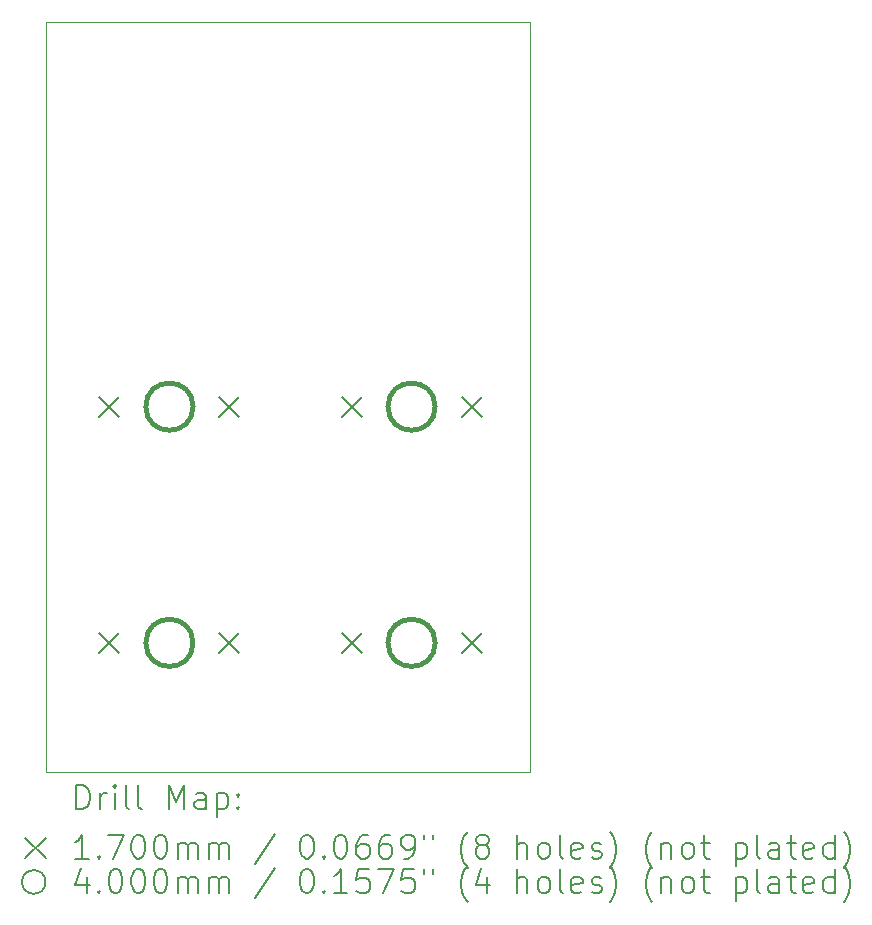
<source format=gbr>
%TF.GenerationSoftware,KiCad,Pcbnew,8.0.9*%
%TF.CreationDate,2025-02-20T23:25:53+01:00*%
%TF.ProjectId,untitled,756e7469-746c-4656-942e-6b696361645f,rev?*%
%TF.SameCoordinates,Original*%
%TF.FileFunction,Drillmap*%
%TF.FilePolarity,Positive*%
%FSLAX45Y45*%
G04 Gerber Fmt 4.5, Leading zero omitted, Abs format (unit mm)*
G04 Created by KiCad (PCBNEW 8.0.9) date 2025-02-20 23:25:53*
%MOMM*%
%LPD*%
G01*
G04 APERTURE LIST*
%ADD10C,0.050000*%
%ADD11C,0.200000*%
%ADD12C,0.170000*%
%ADD13C,0.400000*%
G04 APERTURE END LIST*
D10*
X13950000Y-4850000D02*
X18050000Y-4850000D01*
X18050000Y-11200000D01*
X13950000Y-11200000D01*
X13950000Y-4850000D01*
D11*
D12*
X14403000Y-8023000D02*
X14573000Y-8193000D01*
X14573000Y-8023000D02*
X14403000Y-8193000D01*
X14403000Y-10023000D02*
X14573000Y-10193000D01*
X14573000Y-10023000D02*
X14403000Y-10193000D01*
X15419000Y-8023000D02*
X15589000Y-8193000D01*
X15589000Y-8023000D02*
X15419000Y-8193000D01*
X15419000Y-10023000D02*
X15589000Y-10193000D01*
X15589000Y-10023000D02*
X15419000Y-10193000D01*
X16453000Y-8023000D02*
X16623000Y-8193000D01*
X16623000Y-8023000D02*
X16453000Y-8193000D01*
X16453000Y-10023000D02*
X16623000Y-10193000D01*
X16623000Y-10023000D02*
X16453000Y-10193000D01*
X17469000Y-8023000D02*
X17639000Y-8193000D01*
X17639000Y-8023000D02*
X17469000Y-8193000D01*
X17469000Y-10023000D02*
X17639000Y-10193000D01*
X17639000Y-10023000D02*
X17469000Y-10193000D01*
D13*
X15196000Y-8108000D02*
G75*
G02*
X14796000Y-8108000I-200000J0D01*
G01*
X14796000Y-8108000D02*
G75*
G02*
X15196000Y-8108000I200000J0D01*
G01*
X15196000Y-10108000D02*
G75*
G02*
X14796000Y-10108000I-200000J0D01*
G01*
X14796000Y-10108000D02*
G75*
G02*
X15196000Y-10108000I200000J0D01*
G01*
X17246000Y-8108000D02*
G75*
G02*
X16846000Y-8108000I-200000J0D01*
G01*
X16846000Y-8108000D02*
G75*
G02*
X17246000Y-8108000I200000J0D01*
G01*
X17246000Y-10108000D02*
G75*
G02*
X16846000Y-10108000I-200000J0D01*
G01*
X16846000Y-10108000D02*
G75*
G02*
X17246000Y-10108000I200000J0D01*
G01*
D11*
X14208277Y-11513984D02*
X14208277Y-11313984D01*
X14208277Y-11313984D02*
X14255896Y-11313984D01*
X14255896Y-11313984D02*
X14284467Y-11323508D01*
X14284467Y-11323508D02*
X14303515Y-11342555D01*
X14303515Y-11342555D02*
X14313039Y-11361603D01*
X14313039Y-11361603D02*
X14322562Y-11399698D01*
X14322562Y-11399698D02*
X14322562Y-11428269D01*
X14322562Y-11428269D02*
X14313039Y-11466365D01*
X14313039Y-11466365D02*
X14303515Y-11485412D01*
X14303515Y-11485412D02*
X14284467Y-11504460D01*
X14284467Y-11504460D02*
X14255896Y-11513984D01*
X14255896Y-11513984D02*
X14208277Y-11513984D01*
X14408277Y-11513984D02*
X14408277Y-11380650D01*
X14408277Y-11418746D02*
X14417801Y-11399698D01*
X14417801Y-11399698D02*
X14427324Y-11390174D01*
X14427324Y-11390174D02*
X14446372Y-11380650D01*
X14446372Y-11380650D02*
X14465420Y-11380650D01*
X14532086Y-11513984D02*
X14532086Y-11380650D01*
X14532086Y-11313984D02*
X14522562Y-11323508D01*
X14522562Y-11323508D02*
X14532086Y-11333031D01*
X14532086Y-11333031D02*
X14541610Y-11323508D01*
X14541610Y-11323508D02*
X14532086Y-11313984D01*
X14532086Y-11313984D02*
X14532086Y-11333031D01*
X14655896Y-11513984D02*
X14636848Y-11504460D01*
X14636848Y-11504460D02*
X14627324Y-11485412D01*
X14627324Y-11485412D02*
X14627324Y-11313984D01*
X14760658Y-11513984D02*
X14741610Y-11504460D01*
X14741610Y-11504460D02*
X14732086Y-11485412D01*
X14732086Y-11485412D02*
X14732086Y-11313984D01*
X14989229Y-11513984D02*
X14989229Y-11313984D01*
X14989229Y-11313984D02*
X15055896Y-11456841D01*
X15055896Y-11456841D02*
X15122562Y-11313984D01*
X15122562Y-11313984D02*
X15122562Y-11513984D01*
X15303515Y-11513984D02*
X15303515Y-11409222D01*
X15303515Y-11409222D02*
X15293991Y-11390174D01*
X15293991Y-11390174D02*
X15274943Y-11380650D01*
X15274943Y-11380650D02*
X15236848Y-11380650D01*
X15236848Y-11380650D02*
X15217801Y-11390174D01*
X15303515Y-11504460D02*
X15284467Y-11513984D01*
X15284467Y-11513984D02*
X15236848Y-11513984D01*
X15236848Y-11513984D02*
X15217801Y-11504460D01*
X15217801Y-11504460D02*
X15208277Y-11485412D01*
X15208277Y-11485412D02*
X15208277Y-11466365D01*
X15208277Y-11466365D02*
X15217801Y-11447317D01*
X15217801Y-11447317D02*
X15236848Y-11437793D01*
X15236848Y-11437793D02*
X15284467Y-11437793D01*
X15284467Y-11437793D02*
X15303515Y-11428269D01*
X15398753Y-11380650D02*
X15398753Y-11580650D01*
X15398753Y-11390174D02*
X15417801Y-11380650D01*
X15417801Y-11380650D02*
X15455896Y-11380650D01*
X15455896Y-11380650D02*
X15474943Y-11390174D01*
X15474943Y-11390174D02*
X15484467Y-11399698D01*
X15484467Y-11399698D02*
X15493991Y-11418746D01*
X15493991Y-11418746D02*
X15493991Y-11475888D01*
X15493991Y-11475888D02*
X15484467Y-11494936D01*
X15484467Y-11494936D02*
X15474943Y-11504460D01*
X15474943Y-11504460D02*
X15455896Y-11513984D01*
X15455896Y-11513984D02*
X15417801Y-11513984D01*
X15417801Y-11513984D02*
X15398753Y-11504460D01*
X15579705Y-11494936D02*
X15589229Y-11504460D01*
X15589229Y-11504460D02*
X15579705Y-11513984D01*
X15579705Y-11513984D02*
X15570182Y-11504460D01*
X15570182Y-11504460D02*
X15579705Y-11494936D01*
X15579705Y-11494936D02*
X15579705Y-11513984D01*
X15579705Y-11390174D02*
X15589229Y-11399698D01*
X15589229Y-11399698D02*
X15579705Y-11409222D01*
X15579705Y-11409222D02*
X15570182Y-11399698D01*
X15570182Y-11399698D02*
X15579705Y-11390174D01*
X15579705Y-11390174D02*
X15579705Y-11409222D01*
D12*
X13777500Y-11757500D02*
X13947500Y-11927500D01*
X13947500Y-11757500D02*
X13777500Y-11927500D01*
D11*
X14313039Y-11933984D02*
X14198753Y-11933984D01*
X14255896Y-11933984D02*
X14255896Y-11733984D01*
X14255896Y-11733984D02*
X14236848Y-11762555D01*
X14236848Y-11762555D02*
X14217801Y-11781603D01*
X14217801Y-11781603D02*
X14198753Y-11791127D01*
X14398753Y-11914936D02*
X14408277Y-11924460D01*
X14408277Y-11924460D02*
X14398753Y-11933984D01*
X14398753Y-11933984D02*
X14389229Y-11924460D01*
X14389229Y-11924460D02*
X14398753Y-11914936D01*
X14398753Y-11914936D02*
X14398753Y-11933984D01*
X14474943Y-11733984D02*
X14608277Y-11733984D01*
X14608277Y-11733984D02*
X14522562Y-11933984D01*
X14722562Y-11733984D02*
X14741610Y-11733984D01*
X14741610Y-11733984D02*
X14760658Y-11743508D01*
X14760658Y-11743508D02*
X14770182Y-11753031D01*
X14770182Y-11753031D02*
X14779705Y-11772079D01*
X14779705Y-11772079D02*
X14789229Y-11810174D01*
X14789229Y-11810174D02*
X14789229Y-11857793D01*
X14789229Y-11857793D02*
X14779705Y-11895888D01*
X14779705Y-11895888D02*
X14770182Y-11914936D01*
X14770182Y-11914936D02*
X14760658Y-11924460D01*
X14760658Y-11924460D02*
X14741610Y-11933984D01*
X14741610Y-11933984D02*
X14722562Y-11933984D01*
X14722562Y-11933984D02*
X14703515Y-11924460D01*
X14703515Y-11924460D02*
X14693991Y-11914936D01*
X14693991Y-11914936D02*
X14684467Y-11895888D01*
X14684467Y-11895888D02*
X14674943Y-11857793D01*
X14674943Y-11857793D02*
X14674943Y-11810174D01*
X14674943Y-11810174D02*
X14684467Y-11772079D01*
X14684467Y-11772079D02*
X14693991Y-11753031D01*
X14693991Y-11753031D02*
X14703515Y-11743508D01*
X14703515Y-11743508D02*
X14722562Y-11733984D01*
X14913039Y-11733984D02*
X14932086Y-11733984D01*
X14932086Y-11733984D02*
X14951134Y-11743508D01*
X14951134Y-11743508D02*
X14960658Y-11753031D01*
X14960658Y-11753031D02*
X14970182Y-11772079D01*
X14970182Y-11772079D02*
X14979705Y-11810174D01*
X14979705Y-11810174D02*
X14979705Y-11857793D01*
X14979705Y-11857793D02*
X14970182Y-11895888D01*
X14970182Y-11895888D02*
X14960658Y-11914936D01*
X14960658Y-11914936D02*
X14951134Y-11924460D01*
X14951134Y-11924460D02*
X14932086Y-11933984D01*
X14932086Y-11933984D02*
X14913039Y-11933984D01*
X14913039Y-11933984D02*
X14893991Y-11924460D01*
X14893991Y-11924460D02*
X14884467Y-11914936D01*
X14884467Y-11914936D02*
X14874943Y-11895888D01*
X14874943Y-11895888D02*
X14865420Y-11857793D01*
X14865420Y-11857793D02*
X14865420Y-11810174D01*
X14865420Y-11810174D02*
X14874943Y-11772079D01*
X14874943Y-11772079D02*
X14884467Y-11753031D01*
X14884467Y-11753031D02*
X14893991Y-11743508D01*
X14893991Y-11743508D02*
X14913039Y-11733984D01*
X15065420Y-11933984D02*
X15065420Y-11800650D01*
X15065420Y-11819698D02*
X15074943Y-11810174D01*
X15074943Y-11810174D02*
X15093991Y-11800650D01*
X15093991Y-11800650D02*
X15122563Y-11800650D01*
X15122563Y-11800650D02*
X15141610Y-11810174D01*
X15141610Y-11810174D02*
X15151134Y-11829222D01*
X15151134Y-11829222D02*
X15151134Y-11933984D01*
X15151134Y-11829222D02*
X15160658Y-11810174D01*
X15160658Y-11810174D02*
X15179705Y-11800650D01*
X15179705Y-11800650D02*
X15208277Y-11800650D01*
X15208277Y-11800650D02*
X15227324Y-11810174D01*
X15227324Y-11810174D02*
X15236848Y-11829222D01*
X15236848Y-11829222D02*
X15236848Y-11933984D01*
X15332086Y-11933984D02*
X15332086Y-11800650D01*
X15332086Y-11819698D02*
X15341610Y-11810174D01*
X15341610Y-11810174D02*
X15360658Y-11800650D01*
X15360658Y-11800650D02*
X15389229Y-11800650D01*
X15389229Y-11800650D02*
X15408277Y-11810174D01*
X15408277Y-11810174D02*
X15417801Y-11829222D01*
X15417801Y-11829222D02*
X15417801Y-11933984D01*
X15417801Y-11829222D02*
X15427324Y-11810174D01*
X15427324Y-11810174D02*
X15446372Y-11800650D01*
X15446372Y-11800650D02*
X15474943Y-11800650D01*
X15474943Y-11800650D02*
X15493991Y-11810174D01*
X15493991Y-11810174D02*
X15503515Y-11829222D01*
X15503515Y-11829222D02*
X15503515Y-11933984D01*
X15893991Y-11724460D02*
X15722563Y-11981603D01*
X16151134Y-11733984D02*
X16170182Y-11733984D01*
X16170182Y-11733984D02*
X16189229Y-11743508D01*
X16189229Y-11743508D02*
X16198753Y-11753031D01*
X16198753Y-11753031D02*
X16208277Y-11772079D01*
X16208277Y-11772079D02*
X16217801Y-11810174D01*
X16217801Y-11810174D02*
X16217801Y-11857793D01*
X16217801Y-11857793D02*
X16208277Y-11895888D01*
X16208277Y-11895888D02*
X16198753Y-11914936D01*
X16198753Y-11914936D02*
X16189229Y-11924460D01*
X16189229Y-11924460D02*
X16170182Y-11933984D01*
X16170182Y-11933984D02*
X16151134Y-11933984D01*
X16151134Y-11933984D02*
X16132086Y-11924460D01*
X16132086Y-11924460D02*
X16122563Y-11914936D01*
X16122563Y-11914936D02*
X16113039Y-11895888D01*
X16113039Y-11895888D02*
X16103515Y-11857793D01*
X16103515Y-11857793D02*
X16103515Y-11810174D01*
X16103515Y-11810174D02*
X16113039Y-11772079D01*
X16113039Y-11772079D02*
X16122563Y-11753031D01*
X16122563Y-11753031D02*
X16132086Y-11743508D01*
X16132086Y-11743508D02*
X16151134Y-11733984D01*
X16303515Y-11914936D02*
X16313039Y-11924460D01*
X16313039Y-11924460D02*
X16303515Y-11933984D01*
X16303515Y-11933984D02*
X16293991Y-11924460D01*
X16293991Y-11924460D02*
X16303515Y-11914936D01*
X16303515Y-11914936D02*
X16303515Y-11933984D01*
X16436848Y-11733984D02*
X16455896Y-11733984D01*
X16455896Y-11733984D02*
X16474944Y-11743508D01*
X16474944Y-11743508D02*
X16484467Y-11753031D01*
X16484467Y-11753031D02*
X16493991Y-11772079D01*
X16493991Y-11772079D02*
X16503515Y-11810174D01*
X16503515Y-11810174D02*
X16503515Y-11857793D01*
X16503515Y-11857793D02*
X16493991Y-11895888D01*
X16493991Y-11895888D02*
X16484467Y-11914936D01*
X16484467Y-11914936D02*
X16474944Y-11924460D01*
X16474944Y-11924460D02*
X16455896Y-11933984D01*
X16455896Y-11933984D02*
X16436848Y-11933984D01*
X16436848Y-11933984D02*
X16417801Y-11924460D01*
X16417801Y-11924460D02*
X16408277Y-11914936D01*
X16408277Y-11914936D02*
X16398753Y-11895888D01*
X16398753Y-11895888D02*
X16389229Y-11857793D01*
X16389229Y-11857793D02*
X16389229Y-11810174D01*
X16389229Y-11810174D02*
X16398753Y-11772079D01*
X16398753Y-11772079D02*
X16408277Y-11753031D01*
X16408277Y-11753031D02*
X16417801Y-11743508D01*
X16417801Y-11743508D02*
X16436848Y-11733984D01*
X16674944Y-11733984D02*
X16636848Y-11733984D01*
X16636848Y-11733984D02*
X16617801Y-11743508D01*
X16617801Y-11743508D02*
X16608277Y-11753031D01*
X16608277Y-11753031D02*
X16589229Y-11781603D01*
X16589229Y-11781603D02*
X16579706Y-11819698D01*
X16579706Y-11819698D02*
X16579706Y-11895888D01*
X16579706Y-11895888D02*
X16589229Y-11914936D01*
X16589229Y-11914936D02*
X16598753Y-11924460D01*
X16598753Y-11924460D02*
X16617801Y-11933984D01*
X16617801Y-11933984D02*
X16655896Y-11933984D01*
X16655896Y-11933984D02*
X16674944Y-11924460D01*
X16674944Y-11924460D02*
X16684467Y-11914936D01*
X16684467Y-11914936D02*
X16693991Y-11895888D01*
X16693991Y-11895888D02*
X16693991Y-11848269D01*
X16693991Y-11848269D02*
X16684467Y-11829222D01*
X16684467Y-11829222D02*
X16674944Y-11819698D01*
X16674944Y-11819698D02*
X16655896Y-11810174D01*
X16655896Y-11810174D02*
X16617801Y-11810174D01*
X16617801Y-11810174D02*
X16598753Y-11819698D01*
X16598753Y-11819698D02*
X16589229Y-11829222D01*
X16589229Y-11829222D02*
X16579706Y-11848269D01*
X16865420Y-11733984D02*
X16827325Y-11733984D01*
X16827325Y-11733984D02*
X16808277Y-11743508D01*
X16808277Y-11743508D02*
X16798753Y-11753031D01*
X16798753Y-11753031D02*
X16779706Y-11781603D01*
X16779706Y-11781603D02*
X16770182Y-11819698D01*
X16770182Y-11819698D02*
X16770182Y-11895888D01*
X16770182Y-11895888D02*
X16779706Y-11914936D01*
X16779706Y-11914936D02*
X16789229Y-11924460D01*
X16789229Y-11924460D02*
X16808277Y-11933984D01*
X16808277Y-11933984D02*
X16846372Y-11933984D01*
X16846372Y-11933984D02*
X16865420Y-11924460D01*
X16865420Y-11924460D02*
X16874944Y-11914936D01*
X16874944Y-11914936D02*
X16884468Y-11895888D01*
X16884468Y-11895888D02*
X16884468Y-11848269D01*
X16884468Y-11848269D02*
X16874944Y-11829222D01*
X16874944Y-11829222D02*
X16865420Y-11819698D01*
X16865420Y-11819698D02*
X16846372Y-11810174D01*
X16846372Y-11810174D02*
X16808277Y-11810174D01*
X16808277Y-11810174D02*
X16789229Y-11819698D01*
X16789229Y-11819698D02*
X16779706Y-11829222D01*
X16779706Y-11829222D02*
X16770182Y-11848269D01*
X16979706Y-11933984D02*
X17017801Y-11933984D01*
X17017801Y-11933984D02*
X17036849Y-11924460D01*
X17036849Y-11924460D02*
X17046372Y-11914936D01*
X17046372Y-11914936D02*
X17065420Y-11886365D01*
X17065420Y-11886365D02*
X17074944Y-11848269D01*
X17074944Y-11848269D02*
X17074944Y-11772079D01*
X17074944Y-11772079D02*
X17065420Y-11753031D01*
X17065420Y-11753031D02*
X17055896Y-11743508D01*
X17055896Y-11743508D02*
X17036849Y-11733984D01*
X17036849Y-11733984D02*
X16998753Y-11733984D01*
X16998753Y-11733984D02*
X16979706Y-11743508D01*
X16979706Y-11743508D02*
X16970182Y-11753031D01*
X16970182Y-11753031D02*
X16960658Y-11772079D01*
X16960658Y-11772079D02*
X16960658Y-11819698D01*
X16960658Y-11819698D02*
X16970182Y-11838746D01*
X16970182Y-11838746D02*
X16979706Y-11848269D01*
X16979706Y-11848269D02*
X16998753Y-11857793D01*
X16998753Y-11857793D02*
X17036849Y-11857793D01*
X17036849Y-11857793D02*
X17055896Y-11848269D01*
X17055896Y-11848269D02*
X17065420Y-11838746D01*
X17065420Y-11838746D02*
X17074944Y-11819698D01*
X17151134Y-11733984D02*
X17151134Y-11772079D01*
X17227325Y-11733984D02*
X17227325Y-11772079D01*
X17522563Y-12010174D02*
X17513039Y-12000650D01*
X17513039Y-12000650D02*
X17493991Y-11972079D01*
X17493991Y-11972079D02*
X17484468Y-11953031D01*
X17484468Y-11953031D02*
X17474944Y-11924460D01*
X17474944Y-11924460D02*
X17465420Y-11876841D01*
X17465420Y-11876841D02*
X17465420Y-11838746D01*
X17465420Y-11838746D02*
X17474944Y-11791127D01*
X17474944Y-11791127D02*
X17484468Y-11762555D01*
X17484468Y-11762555D02*
X17493991Y-11743508D01*
X17493991Y-11743508D02*
X17513039Y-11714936D01*
X17513039Y-11714936D02*
X17522563Y-11705412D01*
X17627325Y-11819698D02*
X17608277Y-11810174D01*
X17608277Y-11810174D02*
X17598753Y-11800650D01*
X17598753Y-11800650D02*
X17589230Y-11781603D01*
X17589230Y-11781603D02*
X17589230Y-11772079D01*
X17589230Y-11772079D02*
X17598753Y-11753031D01*
X17598753Y-11753031D02*
X17608277Y-11743508D01*
X17608277Y-11743508D02*
X17627325Y-11733984D01*
X17627325Y-11733984D02*
X17665420Y-11733984D01*
X17665420Y-11733984D02*
X17684468Y-11743508D01*
X17684468Y-11743508D02*
X17693991Y-11753031D01*
X17693991Y-11753031D02*
X17703515Y-11772079D01*
X17703515Y-11772079D02*
X17703515Y-11781603D01*
X17703515Y-11781603D02*
X17693991Y-11800650D01*
X17693991Y-11800650D02*
X17684468Y-11810174D01*
X17684468Y-11810174D02*
X17665420Y-11819698D01*
X17665420Y-11819698D02*
X17627325Y-11819698D01*
X17627325Y-11819698D02*
X17608277Y-11829222D01*
X17608277Y-11829222D02*
X17598753Y-11838746D01*
X17598753Y-11838746D02*
X17589230Y-11857793D01*
X17589230Y-11857793D02*
X17589230Y-11895888D01*
X17589230Y-11895888D02*
X17598753Y-11914936D01*
X17598753Y-11914936D02*
X17608277Y-11924460D01*
X17608277Y-11924460D02*
X17627325Y-11933984D01*
X17627325Y-11933984D02*
X17665420Y-11933984D01*
X17665420Y-11933984D02*
X17684468Y-11924460D01*
X17684468Y-11924460D02*
X17693991Y-11914936D01*
X17693991Y-11914936D02*
X17703515Y-11895888D01*
X17703515Y-11895888D02*
X17703515Y-11857793D01*
X17703515Y-11857793D02*
X17693991Y-11838746D01*
X17693991Y-11838746D02*
X17684468Y-11829222D01*
X17684468Y-11829222D02*
X17665420Y-11819698D01*
X17941611Y-11933984D02*
X17941611Y-11733984D01*
X18027325Y-11933984D02*
X18027325Y-11829222D01*
X18027325Y-11829222D02*
X18017801Y-11810174D01*
X18017801Y-11810174D02*
X17998753Y-11800650D01*
X17998753Y-11800650D02*
X17970182Y-11800650D01*
X17970182Y-11800650D02*
X17951134Y-11810174D01*
X17951134Y-11810174D02*
X17941611Y-11819698D01*
X18151134Y-11933984D02*
X18132087Y-11924460D01*
X18132087Y-11924460D02*
X18122563Y-11914936D01*
X18122563Y-11914936D02*
X18113039Y-11895888D01*
X18113039Y-11895888D02*
X18113039Y-11838746D01*
X18113039Y-11838746D02*
X18122563Y-11819698D01*
X18122563Y-11819698D02*
X18132087Y-11810174D01*
X18132087Y-11810174D02*
X18151134Y-11800650D01*
X18151134Y-11800650D02*
X18179706Y-11800650D01*
X18179706Y-11800650D02*
X18198753Y-11810174D01*
X18198753Y-11810174D02*
X18208277Y-11819698D01*
X18208277Y-11819698D02*
X18217801Y-11838746D01*
X18217801Y-11838746D02*
X18217801Y-11895888D01*
X18217801Y-11895888D02*
X18208277Y-11914936D01*
X18208277Y-11914936D02*
X18198753Y-11924460D01*
X18198753Y-11924460D02*
X18179706Y-11933984D01*
X18179706Y-11933984D02*
X18151134Y-11933984D01*
X18332087Y-11933984D02*
X18313039Y-11924460D01*
X18313039Y-11924460D02*
X18303515Y-11905412D01*
X18303515Y-11905412D02*
X18303515Y-11733984D01*
X18484468Y-11924460D02*
X18465420Y-11933984D01*
X18465420Y-11933984D02*
X18427325Y-11933984D01*
X18427325Y-11933984D02*
X18408277Y-11924460D01*
X18408277Y-11924460D02*
X18398753Y-11905412D01*
X18398753Y-11905412D02*
X18398753Y-11829222D01*
X18398753Y-11829222D02*
X18408277Y-11810174D01*
X18408277Y-11810174D02*
X18427325Y-11800650D01*
X18427325Y-11800650D02*
X18465420Y-11800650D01*
X18465420Y-11800650D02*
X18484468Y-11810174D01*
X18484468Y-11810174D02*
X18493992Y-11829222D01*
X18493992Y-11829222D02*
X18493992Y-11848269D01*
X18493992Y-11848269D02*
X18398753Y-11867317D01*
X18570182Y-11924460D02*
X18589230Y-11933984D01*
X18589230Y-11933984D02*
X18627325Y-11933984D01*
X18627325Y-11933984D02*
X18646373Y-11924460D01*
X18646373Y-11924460D02*
X18655896Y-11905412D01*
X18655896Y-11905412D02*
X18655896Y-11895888D01*
X18655896Y-11895888D02*
X18646373Y-11876841D01*
X18646373Y-11876841D02*
X18627325Y-11867317D01*
X18627325Y-11867317D02*
X18598753Y-11867317D01*
X18598753Y-11867317D02*
X18579706Y-11857793D01*
X18579706Y-11857793D02*
X18570182Y-11838746D01*
X18570182Y-11838746D02*
X18570182Y-11829222D01*
X18570182Y-11829222D02*
X18579706Y-11810174D01*
X18579706Y-11810174D02*
X18598753Y-11800650D01*
X18598753Y-11800650D02*
X18627325Y-11800650D01*
X18627325Y-11800650D02*
X18646373Y-11810174D01*
X18722563Y-12010174D02*
X18732087Y-12000650D01*
X18732087Y-12000650D02*
X18751134Y-11972079D01*
X18751134Y-11972079D02*
X18760658Y-11953031D01*
X18760658Y-11953031D02*
X18770182Y-11924460D01*
X18770182Y-11924460D02*
X18779706Y-11876841D01*
X18779706Y-11876841D02*
X18779706Y-11838746D01*
X18779706Y-11838746D02*
X18770182Y-11791127D01*
X18770182Y-11791127D02*
X18760658Y-11762555D01*
X18760658Y-11762555D02*
X18751134Y-11743508D01*
X18751134Y-11743508D02*
X18732087Y-11714936D01*
X18732087Y-11714936D02*
X18722563Y-11705412D01*
X19084468Y-12010174D02*
X19074944Y-12000650D01*
X19074944Y-12000650D02*
X19055896Y-11972079D01*
X19055896Y-11972079D02*
X19046373Y-11953031D01*
X19046373Y-11953031D02*
X19036849Y-11924460D01*
X19036849Y-11924460D02*
X19027325Y-11876841D01*
X19027325Y-11876841D02*
X19027325Y-11838746D01*
X19027325Y-11838746D02*
X19036849Y-11791127D01*
X19036849Y-11791127D02*
X19046373Y-11762555D01*
X19046373Y-11762555D02*
X19055896Y-11743508D01*
X19055896Y-11743508D02*
X19074944Y-11714936D01*
X19074944Y-11714936D02*
X19084468Y-11705412D01*
X19160658Y-11800650D02*
X19160658Y-11933984D01*
X19160658Y-11819698D02*
X19170182Y-11810174D01*
X19170182Y-11810174D02*
X19189230Y-11800650D01*
X19189230Y-11800650D02*
X19217801Y-11800650D01*
X19217801Y-11800650D02*
X19236849Y-11810174D01*
X19236849Y-11810174D02*
X19246373Y-11829222D01*
X19246373Y-11829222D02*
X19246373Y-11933984D01*
X19370182Y-11933984D02*
X19351134Y-11924460D01*
X19351134Y-11924460D02*
X19341611Y-11914936D01*
X19341611Y-11914936D02*
X19332087Y-11895888D01*
X19332087Y-11895888D02*
X19332087Y-11838746D01*
X19332087Y-11838746D02*
X19341611Y-11819698D01*
X19341611Y-11819698D02*
X19351134Y-11810174D01*
X19351134Y-11810174D02*
X19370182Y-11800650D01*
X19370182Y-11800650D02*
X19398754Y-11800650D01*
X19398754Y-11800650D02*
X19417801Y-11810174D01*
X19417801Y-11810174D02*
X19427325Y-11819698D01*
X19427325Y-11819698D02*
X19436849Y-11838746D01*
X19436849Y-11838746D02*
X19436849Y-11895888D01*
X19436849Y-11895888D02*
X19427325Y-11914936D01*
X19427325Y-11914936D02*
X19417801Y-11924460D01*
X19417801Y-11924460D02*
X19398754Y-11933984D01*
X19398754Y-11933984D02*
X19370182Y-11933984D01*
X19493992Y-11800650D02*
X19570182Y-11800650D01*
X19522563Y-11733984D02*
X19522563Y-11905412D01*
X19522563Y-11905412D02*
X19532087Y-11924460D01*
X19532087Y-11924460D02*
X19551134Y-11933984D01*
X19551134Y-11933984D02*
X19570182Y-11933984D01*
X19789230Y-11800650D02*
X19789230Y-12000650D01*
X19789230Y-11810174D02*
X19808277Y-11800650D01*
X19808277Y-11800650D02*
X19846373Y-11800650D01*
X19846373Y-11800650D02*
X19865420Y-11810174D01*
X19865420Y-11810174D02*
X19874944Y-11819698D01*
X19874944Y-11819698D02*
X19884468Y-11838746D01*
X19884468Y-11838746D02*
X19884468Y-11895888D01*
X19884468Y-11895888D02*
X19874944Y-11914936D01*
X19874944Y-11914936D02*
X19865420Y-11924460D01*
X19865420Y-11924460D02*
X19846373Y-11933984D01*
X19846373Y-11933984D02*
X19808277Y-11933984D01*
X19808277Y-11933984D02*
X19789230Y-11924460D01*
X19998754Y-11933984D02*
X19979706Y-11924460D01*
X19979706Y-11924460D02*
X19970182Y-11905412D01*
X19970182Y-11905412D02*
X19970182Y-11733984D01*
X20160658Y-11933984D02*
X20160658Y-11829222D01*
X20160658Y-11829222D02*
X20151135Y-11810174D01*
X20151135Y-11810174D02*
X20132087Y-11800650D01*
X20132087Y-11800650D02*
X20093992Y-11800650D01*
X20093992Y-11800650D02*
X20074944Y-11810174D01*
X20160658Y-11924460D02*
X20141611Y-11933984D01*
X20141611Y-11933984D02*
X20093992Y-11933984D01*
X20093992Y-11933984D02*
X20074944Y-11924460D01*
X20074944Y-11924460D02*
X20065420Y-11905412D01*
X20065420Y-11905412D02*
X20065420Y-11886365D01*
X20065420Y-11886365D02*
X20074944Y-11867317D01*
X20074944Y-11867317D02*
X20093992Y-11857793D01*
X20093992Y-11857793D02*
X20141611Y-11857793D01*
X20141611Y-11857793D02*
X20160658Y-11848269D01*
X20227325Y-11800650D02*
X20303515Y-11800650D01*
X20255896Y-11733984D02*
X20255896Y-11905412D01*
X20255896Y-11905412D02*
X20265420Y-11924460D01*
X20265420Y-11924460D02*
X20284468Y-11933984D01*
X20284468Y-11933984D02*
X20303515Y-11933984D01*
X20446373Y-11924460D02*
X20427325Y-11933984D01*
X20427325Y-11933984D02*
X20389230Y-11933984D01*
X20389230Y-11933984D02*
X20370182Y-11924460D01*
X20370182Y-11924460D02*
X20360658Y-11905412D01*
X20360658Y-11905412D02*
X20360658Y-11829222D01*
X20360658Y-11829222D02*
X20370182Y-11810174D01*
X20370182Y-11810174D02*
X20389230Y-11800650D01*
X20389230Y-11800650D02*
X20427325Y-11800650D01*
X20427325Y-11800650D02*
X20446373Y-11810174D01*
X20446373Y-11810174D02*
X20455896Y-11829222D01*
X20455896Y-11829222D02*
X20455896Y-11848269D01*
X20455896Y-11848269D02*
X20360658Y-11867317D01*
X20627325Y-11933984D02*
X20627325Y-11733984D01*
X20627325Y-11924460D02*
X20608277Y-11933984D01*
X20608277Y-11933984D02*
X20570182Y-11933984D01*
X20570182Y-11933984D02*
X20551135Y-11924460D01*
X20551135Y-11924460D02*
X20541611Y-11914936D01*
X20541611Y-11914936D02*
X20532087Y-11895888D01*
X20532087Y-11895888D02*
X20532087Y-11838746D01*
X20532087Y-11838746D02*
X20541611Y-11819698D01*
X20541611Y-11819698D02*
X20551135Y-11810174D01*
X20551135Y-11810174D02*
X20570182Y-11800650D01*
X20570182Y-11800650D02*
X20608277Y-11800650D01*
X20608277Y-11800650D02*
X20627325Y-11810174D01*
X20703516Y-12010174D02*
X20713039Y-12000650D01*
X20713039Y-12000650D02*
X20732087Y-11972079D01*
X20732087Y-11972079D02*
X20741611Y-11953031D01*
X20741611Y-11953031D02*
X20751135Y-11924460D01*
X20751135Y-11924460D02*
X20760658Y-11876841D01*
X20760658Y-11876841D02*
X20760658Y-11838746D01*
X20760658Y-11838746D02*
X20751135Y-11791127D01*
X20751135Y-11791127D02*
X20741611Y-11762555D01*
X20741611Y-11762555D02*
X20732087Y-11743508D01*
X20732087Y-11743508D02*
X20713039Y-11714936D01*
X20713039Y-11714936D02*
X20703516Y-11705412D01*
X13947500Y-12132500D02*
G75*
G02*
X13747500Y-12132500I-100000J0D01*
G01*
X13747500Y-12132500D02*
G75*
G02*
X13947500Y-12132500I100000J0D01*
G01*
X14293991Y-12090650D02*
X14293991Y-12223984D01*
X14246372Y-12014460D02*
X14198753Y-12157317D01*
X14198753Y-12157317D02*
X14322562Y-12157317D01*
X14398753Y-12204936D02*
X14408277Y-12214460D01*
X14408277Y-12214460D02*
X14398753Y-12223984D01*
X14398753Y-12223984D02*
X14389229Y-12214460D01*
X14389229Y-12214460D02*
X14398753Y-12204936D01*
X14398753Y-12204936D02*
X14398753Y-12223984D01*
X14532086Y-12023984D02*
X14551134Y-12023984D01*
X14551134Y-12023984D02*
X14570182Y-12033508D01*
X14570182Y-12033508D02*
X14579705Y-12043031D01*
X14579705Y-12043031D02*
X14589229Y-12062079D01*
X14589229Y-12062079D02*
X14598753Y-12100174D01*
X14598753Y-12100174D02*
X14598753Y-12147793D01*
X14598753Y-12147793D02*
X14589229Y-12185888D01*
X14589229Y-12185888D02*
X14579705Y-12204936D01*
X14579705Y-12204936D02*
X14570182Y-12214460D01*
X14570182Y-12214460D02*
X14551134Y-12223984D01*
X14551134Y-12223984D02*
X14532086Y-12223984D01*
X14532086Y-12223984D02*
X14513039Y-12214460D01*
X14513039Y-12214460D02*
X14503515Y-12204936D01*
X14503515Y-12204936D02*
X14493991Y-12185888D01*
X14493991Y-12185888D02*
X14484467Y-12147793D01*
X14484467Y-12147793D02*
X14484467Y-12100174D01*
X14484467Y-12100174D02*
X14493991Y-12062079D01*
X14493991Y-12062079D02*
X14503515Y-12043031D01*
X14503515Y-12043031D02*
X14513039Y-12033508D01*
X14513039Y-12033508D02*
X14532086Y-12023984D01*
X14722562Y-12023984D02*
X14741610Y-12023984D01*
X14741610Y-12023984D02*
X14760658Y-12033508D01*
X14760658Y-12033508D02*
X14770182Y-12043031D01*
X14770182Y-12043031D02*
X14779705Y-12062079D01*
X14779705Y-12062079D02*
X14789229Y-12100174D01*
X14789229Y-12100174D02*
X14789229Y-12147793D01*
X14789229Y-12147793D02*
X14779705Y-12185888D01*
X14779705Y-12185888D02*
X14770182Y-12204936D01*
X14770182Y-12204936D02*
X14760658Y-12214460D01*
X14760658Y-12214460D02*
X14741610Y-12223984D01*
X14741610Y-12223984D02*
X14722562Y-12223984D01*
X14722562Y-12223984D02*
X14703515Y-12214460D01*
X14703515Y-12214460D02*
X14693991Y-12204936D01*
X14693991Y-12204936D02*
X14684467Y-12185888D01*
X14684467Y-12185888D02*
X14674943Y-12147793D01*
X14674943Y-12147793D02*
X14674943Y-12100174D01*
X14674943Y-12100174D02*
X14684467Y-12062079D01*
X14684467Y-12062079D02*
X14693991Y-12043031D01*
X14693991Y-12043031D02*
X14703515Y-12033508D01*
X14703515Y-12033508D02*
X14722562Y-12023984D01*
X14913039Y-12023984D02*
X14932086Y-12023984D01*
X14932086Y-12023984D02*
X14951134Y-12033508D01*
X14951134Y-12033508D02*
X14960658Y-12043031D01*
X14960658Y-12043031D02*
X14970182Y-12062079D01*
X14970182Y-12062079D02*
X14979705Y-12100174D01*
X14979705Y-12100174D02*
X14979705Y-12147793D01*
X14979705Y-12147793D02*
X14970182Y-12185888D01*
X14970182Y-12185888D02*
X14960658Y-12204936D01*
X14960658Y-12204936D02*
X14951134Y-12214460D01*
X14951134Y-12214460D02*
X14932086Y-12223984D01*
X14932086Y-12223984D02*
X14913039Y-12223984D01*
X14913039Y-12223984D02*
X14893991Y-12214460D01*
X14893991Y-12214460D02*
X14884467Y-12204936D01*
X14884467Y-12204936D02*
X14874943Y-12185888D01*
X14874943Y-12185888D02*
X14865420Y-12147793D01*
X14865420Y-12147793D02*
X14865420Y-12100174D01*
X14865420Y-12100174D02*
X14874943Y-12062079D01*
X14874943Y-12062079D02*
X14884467Y-12043031D01*
X14884467Y-12043031D02*
X14893991Y-12033508D01*
X14893991Y-12033508D02*
X14913039Y-12023984D01*
X15065420Y-12223984D02*
X15065420Y-12090650D01*
X15065420Y-12109698D02*
X15074943Y-12100174D01*
X15074943Y-12100174D02*
X15093991Y-12090650D01*
X15093991Y-12090650D02*
X15122563Y-12090650D01*
X15122563Y-12090650D02*
X15141610Y-12100174D01*
X15141610Y-12100174D02*
X15151134Y-12119222D01*
X15151134Y-12119222D02*
X15151134Y-12223984D01*
X15151134Y-12119222D02*
X15160658Y-12100174D01*
X15160658Y-12100174D02*
X15179705Y-12090650D01*
X15179705Y-12090650D02*
X15208277Y-12090650D01*
X15208277Y-12090650D02*
X15227324Y-12100174D01*
X15227324Y-12100174D02*
X15236848Y-12119222D01*
X15236848Y-12119222D02*
X15236848Y-12223984D01*
X15332086Y-12223984D02*
X15332086Y-12090650D01*
X15332086Y-12109698D02*
X15341610Y-12100174D01*
X15341610Y-12100174D02*
X15360658Y-12090650D01*
X15360658Y-12090650D02*
X15389229Y-12090650D01*
X15389229Y-12090650D02*
X15408277Y-12100174D01*
X15408277Y-12100174D02*
X15417801Y-12119222D01*
X15417801Y-12119222D02*
X15417801Y-12223984D01*
X15417801Y-12119222D02*
X15427324Y-12100174D01*
X15427324Y-12100174D02*
X15446372Y-12090650D01*
X15446372Y-12090650D02*
X15474943Y-12090650D01*
X15474943Y-12090650D02*
X15493991Y-12100174D01*
X15493991Y-12100174D02*
X15503515Y-12119222D01*
X15503515Y-12119222D02*
X15503515Y-12223984D01*
X15893991Y-12014460D02*
X15722563Y-12271603D01*
X16151134Y-12023984D02*
X16170182Y-12023984D01*
X16170182Y-12023984D02*
X16189229Y-12033508D01*
X16189229Y-12033508D02*
X16198753Y-12043031D01*
X16198753Y-12043031D02*
X16208277Y-12062079D01*
X16208277Y-12062079D02*
X16217801Y-12100174D01*
X16217801Y-12100174D02*
X16217801Y-12147793D01*
X16217801Y-12147793D02*
X16208277Y-12185888D01*
X16208277Y-12185888D02*
X16198753Y-12204936D01*
X16198753Y-12204936D02*
X16189229Y-12214460D01*
X16189229Y-12214460D02*
X16170182Y-12223984D01*
X16170182Y-12223984D02*
X16151134Y-12223984D01*
X16151134Y-12223984D02*
X16132086Y-12214460D01*
X16132086Y-12214460D02*
X16122563Y-12204936D01*
X16122563Y-12204936D02*
X16113039Y-12185888D01*
X16113039Y-12185888D02*
X16103515Y-12147793D01*
X16103515Y-12147793D02*
X16103515Y-12100174D01*
X16103515Y-12100174D02*
X16113039Y-12062079D01*
X16113039Y-12062079D02*
X16122563Y-12043031D01*
X16122563Y-12043031D02*
X16132086Y-12033508D01*
X16132086Y-12033508D02*
X16151134Y-12023984D01*
X16303515Y-12204936D02*
X16313039Y-12214460D01*
X16313039Y-12214460D02*
X16303515Y-12223984D01*
X16303515Y-12223984D02*
X16293991Y-12214460D01*
X16293991Y-12214460D02*
X16303515Y-12204936D01*
X16303515Y-12204936D02*
X16303515Y-12223984D01*
X16503515Y-12223984D02*
X16389229Y-12223984D01*
X16446372Y-12223984D02*
X16446372Y-12023984D01*
X16446372Y-12023984D02*
X16427325Y-12052555D01*
X16427325Y-12052555D02*
X16408277Y-12071603D01*
X16408277Y-12071603D02*
X16389229Y-12081127D01*
X16684467Y-12023984D02*
X16589229Y-12023984D01*
X16589229Y-12023984D02*
X16579706Y-12119222D01*
X16579706Y-12119222D02*
X16589229Y-12109698D01*
X16589229Y-12109698D02*
X16608277Y-12100174D01*
X16608277Y-12100174D02*
X16655896Y-12100174D01*
X16655896Y-12100174D02*
X16674944Y-12109698D01*
X16674944Y-12109698D02*
X16684467Y-12119222D01*
X16684467Y-12119222D02*
X16693991Y-12138269D01*
X16693991Y-12138269D02*
X16693991Y-12185888D01*
X16693991Y-12185888D02*
X16684467Y-12204936D01*
X16684467Y-12204936D02*
X16674944Y-12214460D01*
X16674944Y-12214460D02*
X16655896Y-12223984D01*
X16655896Y-12223984D02*
X16608277Y-12223984D01*
X16608277Y-12223984D02*
X16589229Y-12214460D01*
X16589229Y-12214460D02*
X16579706Y-12204936D01*
X16760658Y-12023984D02*
X16893991Y-12023984D01*
X16893991Y-12023984D02*
X16808277Y-12223984D01*
X17065420Y-12023984D02*
X16970182Y-12023984D01*
X16970182Y-12023984D02*
X16960658Y-12119222D01*
X16960658Y-12119222D02*
X16970182Y-12109698D01*
X16970182Y-12109698D02*
X16989229Y-12100174D01*
X16989229Y-12100174D02*
X17036849Y-12100174D01*
X17036849Y-12100174D02*
X17055896Y-12109698D01*
X17055896Y-12109698D02*
X17065420Y-12119222D01*
X17065420Y-12119222D02*
X17074944Y-12138269D01*
X17074944Y-12138269D02*
X17074944Y-12185888D01*
X17074944Y-12185888D02*
X17065420Y-12204936D01*
X17065420Y-12204936D02*
X17055896Y-12214460D01*
X17055896Y-12214460D02*
X17036849Y-12223984D01*
X17036849Y-12223984D02*
X16989229Y-12223984D01*
X16989229Y-12223984D02*
X16970182Y-12214460D01*
X16970182Y-12214460D02*
X16960658Y-12204936D01*
X17151134Y-12023984D02*
X17151134Y-12062079D01*
X17227325Y-12023984D02*
X17227325Y-12062079D01*
X17522563Y-12300174D02*
X17513039Y-12290650D01*
X17513039Y-12290650D02*
X17493991Y-12262079D01*
X17493991Y-12262079D02*
X17484468Y-12243031D01*
X17484468Y-12243031D02*
X17474944Y-12214460D01*
X17474944Y-12214460D02*
X17465420Y-12166841D01*
X17465420Y-12166841D02*
X17465420Y-12128746D01*
X17465420Y-12128746D02*
X17474944Y-12081127D01*
X17474944Y-12081127D02*
X17484468Y-12052555D01*
X17484468Y-12052555D02*
X17493991Y-12033508D01*
X17493991Y-12033508D02*
X17513039Y-12004936D01*
X17513039Y-12004936D02*
X17522563Y-11995412D01*
X17684468Y-12090650D02*
X17684468Y-12223984D01*
X17636849Y-12014460D02*
X17589230Y-12157317D01*
X17589230Y-12157317D02*
X17713039Y-12157317D01*
X17941611Y-12223984D02*
X17941611Y-12023984D01*
X18027325Y-12223984D02*
X18027325Y-12119222D01*
X18027325Y-12119222D02*
X18017801Y-12100174D01*
X18017801Y-12100174D02*
X17998753Y-12090650D01*
X17998753Y-12090650D02*
X17970182Y-12090650D01*
X17970182Y-12090650D02*
X17951134Y-12100174D01*
X17951134Y-12100174D02*
X17941611Y-12109698D01*
X18151134Y-12223984D02*
X18132087Y-12214460D01*
X18132087Y-12214460D02*
X18122563Y-12204936D01*
X18122563Y-12204936D02*
X18113039Y-12185888D01*
X18113039Y-12185888D02*
X18113039Y-12128746D01*
X18113039Y-12128746D02*
X18122563Y-12109698D01*
X18122563Y-12109698D02*
X18132087Y-12100174D01*
X18132087Y-12100174D02*
X18151134Y-12090650D01*
X18151134Y-12090650D02*
X18179706Y-12090650D01*
X18179706Y-12090650D02*
X18198753Y-12100174D01*
X18198753Y-12100174D02*
X18208277Y-12109698D01*
X18208277Y-12109698D02*
X18217801Y-12128746D01*
X18217801Y-12128746D02*
X18217801Y-12185888D01*
X18217801Y-12185888D02*
X18208277Y-12204936D01*
X18208277Y-12204936D02*
X18198753Y-12214460D01*
X18198753Y-12214460D02*
X18179706Y-12223984D01*
X18179706Y-12223984D02*
X18151134Y-12223984D01*
X18332087Y-12223984D02*
X18313039Y-12214460D01*
X18313039Y-12214460D02*
X18303515Y-12195412D01*
X18303515Y-12195412D02*
X18303515Y-12023984D01*
X18484468Y-12214460D02*
X18465420Y-12223984D01*
X18465420Y-12223984D02*
X18427325Y-12223984D01*
X18427325Y-12223984D02*
X18408277Y-12214460D01*
X18408277Y-12214460D02*
X18398753Y-12195412D01*
X18398753Y-12195412D02*
X18398753Y-12119222D01*
X18398753Y-12119222D02*
X18408277Y-12100174D01*
X18408277Y-12100174D02*
X18427325Y-12090650D01*
X18427325Y-12090650D02*
X18465420Y-12090650D01*
X18465420Y-12090650D02*
X18484468Y-12100174D01*
X18484468Y-12100174D02*
X18493992Y-12119222D01*
X18493992Y-12119222D02*
X18493992Y-12138269D01*
X18493992Y-12138269D02*
X18398753Y-12157317D01*
X18570182Y-12214460D02*
X18589230Y-12223984D01*
X18589230Y-12223984D02*
X18627325Y-12223984D01*
X18627325Y-12223984D02*
X18646373Y-12214460D01*
X18646373Y-12214460D02*
X18655896Y-12195412D01*
X18655896Y-12195412D02*
X18655896Y-12185888D01*
X18655896Y-12185888D02*
X18646373Y-12166841D01*
X18646373Y-12166841D02*
X18627325Y-12157317D01*
X18627325Y-12157317D02*
X18598753Y-12157317D01*
X18598753Y-12157317D02*
X18579706Y-12147793D01*
X18579706Y-12147793D02*
X18570182Y-12128746D01*
X18570182Y-12128746D02*
X18570182Y-12119222D01*
X18570182Y-12119222D02*
X18579706Y-12100174D01*
X18579706Y-12100174D02*
X18598753Y-12090650D01*
X18598753Y-12090650D02*
X18627325Y-12090650D01*
X18627325Y-12090650D02*
X18646373Y-12100174D01*
X18722563Y-12300174D02*
X18732087Y-12290650D01*
X18732087Y-12290650D02*
X18751134Y-12262079D01*
X18751134Y-12262079D02*
X18760658Y-12243031D01*
X18760658Y-12243031D02*
X18770182Y-12214460D01*
X18770182Y-12214460D02*
X18779706Y-12166841D01*
X18779706Y-12166841D02*
X18779706Y-12128746D01*
X18779706Y-12128746D02*
X18770182Y-12081127D01*
X18770182Y-12081127D02*
X18760658Y-12052555D01*
X18760658Y-12052555D02*
X18751134Y-12033508D01*
X18751134Y-12033508D02*
X18732087Y-12004936D01*
X18732087Y-12004936D02*
X18722563Y-11995412D01*
X19084468Y-12300174D02*
X19074944Y-12290650D01*
X19074944Y-12290650D02*
X19055896Y-12262079D01*
X19055896Y-12262079D02*
X19046373Y-12243031D01*
X19046373Y-12243031D02*
X19036849Y-12214460D01*
X19036849Y-12214460D02*
X19027325Y-12166841D01*
X19027325Y-12166841D02*
X19027325Y-12128746D01*
X19027325Y-12128746D02*
X19036849Y-12081127D01*
X19036849Y-12081127D02*
X19046373Y-12052555D01*
X19046373Y-12052555D02*
X19055896Y-12033508D01*
X19055896Y-12033508D02*
X19074944Y-12004936D01*
X19074944Y-12004936D02*
X19084468Y-11995412D01*
X19160658Y-12090650D02*
X19160658Y-12223984D01*
X19160658Y-12109698D02*
X19170182Y-12100174D01*
X19170182Y-12100174D02*
X19189230Y-12090650D01*
X19189230Y-12090650D02*
X19217801Y-12090650D01*
X19217801Y-12090650D02*
X19236849Y-12100174D01*
X19236849Y-12100174D02*
X19246373Y-12119222D01*
X19246373Y-12119222D02*
X19246373Y-12223984D01*
X19370182Y-12223984D02*
X19351134Y-12214460D01*
X19351134Y-12214460D02*
X19341611Y-12204936D01*
X19341611Y-12204936D02*
X19332087Y-12185888D01*
X19332087Y-12185888D02*
X19332087Y-12128746D01*
X19332087Y-12128746D02*
X19341611Y-12109698D01*
X19341611Y-12109698D02*
X19351134Y-12100174D01*
X19351134Y-12100174D02*
X19370182Y-12090650D01*
X19370182Y-12090650D02*
X19398754Y-12090650D01*
X19398754Y-12090650D02*
X19417801Y-12100174D01*
X19417801Y-12100174D02*
X19427325Y-12109698D01*
X19427325Y-12109698D02*
X19436849Y-12128746D01*
X19436849Y-12128746D02*
X19436849Y-12185888D01*
X19436849Y-12185888D02*
X19427325Y-12204936D01*
X19427325Y-12204936D02*
X19417801Y-12214460D01*
X19417801Y-12214460D02*
X19398754Y-12223984D01*
X19398754Y-12223984D02*
X19370182Y-12223984D01*
X19493992Y-12090650D02*
X19570182Y-12090650D01*
X19522563Y-12023984D02*
X19522563Y-12195412D01*
X19522563Y-12195412D02*
X19532087Y-12214460D01*
X19532087Y-12214460D02*
X19551134Y-12223984D01*
X19551134Y-12223984D02*
X19570182Y-12223984D01*
X19789230Y-12090650D02*
X19789230Y-12290650D01*
X19789230Y-12100174D02*
X19808277Y-12090650D01*
X19808277Y-12090650D02*
X19846373Y-12090650D01*
X19846373Y-12090650D02*
X19865420Y-12100174D01*
X19865420Y-12100174D02*
X19874944Y-12109698D01*
X19874944Y-12109698D02*
X19884468Y-12128746D01*
X19884468Y-12128746D02*
X19884468Y-12185888D01*
X19884468Y-12185888D02*
X19874944Y-12204936D01*
X19874944Y-12204936D02*
X19865420Y-12214460D01*
X19865420Y-12214460D02*
X19846373Y-12223984D01*
X19846373Y-12223984D02*
X19808277Y-12223984D01*
X19808277Y-12223984D02*
X19789230Y-12214460D01*
X19998754Y-12223984D02*
X19979706Y-12214460D01*
X19979706Y-12214460D02*
X19970182Y-12195412D01*
X19970182Y-12195412D02*
X19970182Y-12023984D01*
X20160658Y-12223984D02*
X20160658Y-12119222D01*
X20160658Y-12119222D02*
X20151135Y-12100174D01*
X20151135Y-12100174D02*
X20132087Y-12090650D01*
X20132087Y-12090650D02*
X20093992Y-12090650D01*
X20093992Y-12090650D02*
X20074944Y-12100174D01*
X20160658Y-12214460D02*
X20141611Y-12223984D01*
X20141611Y-12223984D02*
X20093992Y-12223984D01*
X20093992Y-12223984D02*
X20074944Y-12214460D01*
X20074944Y-12214460D02*
X20065420Y-12195412D01*
X20065420Y-12195412D02*
X20065420Y-12176365D01*
X20065420Y-12176365D02*
X20074944Y-12157317D01*
X20074944Y-12157317D02*
X20093992Y-12147793D01*
X20093992Y-12147793D02*
X20141611Y-12147793D01*
X20141611Y-12147793D02*
X20160658Y-12138269D01*
X20227325Y-12090650D02*
X20303515Y-12090650D01*
X20255896Y-12023984D02*
X20255896Y-12195412D01*
X20255896Y-12195412D02*
X20265420Y-12214460D01*
X20265420Y-12214460D02*
X20284468Y-12223984D01*
X20284468Y-12223984D02*
X20303515Y-12223984D01*
X20446373Y-12214460D02*
X20427325Y-12223984D01*
X20427325Y-12223984D02*
X20389230Y-12223984D01*
X20389230Y-12223984D02*
X20370182Y-12214460D01*
X20370182Y-12214460D02*
X20360658Y-12195412D01*
X20360658Y-12195412D02*
X20360658Y-12119222D01*
X20360658Y-12119222D02*
X20370182Y-12100174D01*
X20370182Y-12100174D02*
X20389230Y-12090650D01*
X20389230Y-12090650D02*
X20427325Y-12090650D01*
X20427325Y-12090650D02*
X20446373Y-12100174D01*
X20446373Y-12100174D02*
X20455896Y-12119222D01*
X20455896Y-12119222D02*
X20455896Y-12138269D01*
X20455896Y-12138269D02*
X20360658Y-12157317D01*
X20627325Y-12223984D02*
X20627325Y-12023984D01*
X20627325Y-12214460D02*
X20608277Y-12223984D01*
X20608277Y-12223984D02*
X20570182Y-12223984D01*
X20570182Y-12223984D02*
X20551135Y-12214460D01*
X20551135Y-12214460D02*
X20541611Y-12204936D01*
X20541611Y-12204936D02*
X20532087Y-12185888D01*
X20532087Y-12185888D02*
X20532087Y-12128746D01*
X20532087Y-12128746D02*
X20541611Y-12109698D01*
X20541611Y-12109698D02*
X20551135Y-12100174D01*
X20551135Y-12100174D02*
X20570182Y-12090650D01*
X20570182Y-12090650D02*
X20608277Y-12090650D01*
X20608277Y-12090650D02*
X20627325Y-12100174D01*
X20703516Y-12300174D02*
X20713039Y-12290650D01*
X20713039Y-12290650D02*
X20732087Y-12262079D01*
X20732087Y-12262079D02*
X20741611Y-12243031D01*
X20741611Y-12243031D02*
X20751135Y-12214460D01*
X20751135Y-12214460D02*
X20760658Y-12166841D01*
X20760658Y-12166841D02*
X20760658Y-12128746D01*
X20760658Y-12128746D02*
X20751135Y-12081127D01*
X20751135Y-12081127D02*
X20741611Y-12052555D01*
X20741611Y-12052555D02*
X20732087Y-12033508D01*
X20732087Y-12033508D02*
X20713039Y-12004936D01*
X20713039Y-12004936D02*
X20703516Y-11995412D01*
M02*

</source>
